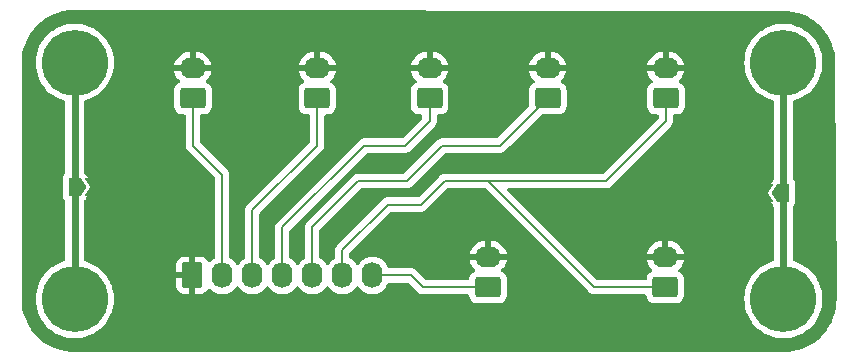
<source format=gbr>
%TF.GenerationSoftware,KiCad,Pcbnew,8.0.7*%
%TF.CreationDate,2025-01-27T22:31:33-06:00*%
%TF.ProjectId,teensy-acc-pcb,7465656e-7379-42d6-9163-632d7063622e,rev?*%
%TF.SameCoordinates,Original*%
%TF.FileFunction,Copper,L1,Top*%
%TF.FilePolarity,Positive*%
%FSLAX46Y46*%
G04 Gerber Fmt 4.6, Leading zero omitted, Abs format (unit mm)*
G04 Created by KiCad (PCBNEW 8.0.7) date 2025-01-27 22:31:33*
%MOMM*%
%LPD*%
G01*
G04 APERTURE LIST*
G04 Aperture macros list*
%AMRoundRect*
0 Rectangle with rounded corners*
0 $1 Rounding radius*
0 $2 $3 $4 $5 $6 $7 $8 $9 X,Y pos of 4 corners*
0 Add a 4 corners polygon primitive as box body*
4,1,4,$2,$3,$4,$5,$6,$7,$8,$9,$2,$3,0*
0 Add four circle primitives for the rounded corners*
1,1,$1+$1,$2,$3*
1,1,$1+$1,$4,$5*
1,1,$1+$1,$6,$7*
1,1,$1+$1,$8,$9*
0 Add four rect primitives between the rounded corners*
20,1,$1+$1,$2,$3,$4,$5,0*
20,1,$1+$1,$4,$5,$6,$7,0*
20,1,$1+$1,$6,$7,$8,$9,0*
20,1,$1+$1,$8,$9,$2,$3,0*%
%AMFreePoly0*
4,1,6,1.000000,0.000000,0.500000,-0.750000,-0.500000,-0.750000,-0.500000,0.750000,0.500000,0.750000,1.000000,0.000000,1.000000,0.000000,$1*%
%AMFreePoly1*
4,1,6,0.500000,-0.750000,-0.650000,-0.750000,-0.150000,0.000000,-0.650000,0.750000,0.500000,0.750000,0.500000,-0.750000,0.500000,-0.750000,$1*%
G04 Aperture macros list end*
%TA.AperFunction,SMDPad,CuDef*%
%ADD10FreePoly0,0.000000*%
%TD*%
%TA.AperFunction,SMDPad,CuDef*%
%ADD11FreePoly1,0.000000*%
%TD*%
%TA.AperFunction,SMDPad,CuDef*%
%ADD12FreePoly0,180.000000*%
%TD*%
%TA.AperFunction,SMDPad,CuDef*%
%ADD13FreePoly1,180.000000*%
%TD*%
%TA.AperFunction,ComponentPad*%
%ADD14C,5.600000*%
%TD*%
%TA.AperFunction,ComponentPad*%
%ADD15O,2.190000X1.740000*%
%TD*%
%TA.AperFunction,ComponentPad*%
%ADD16RoundRect,0.250000X0.845000X-0.620000X0.845000X0.620000X-0.845000X0.620000X-0.845000X-0.620000X0*%
%TD*%
%TA.AperFunction,ComponentPad*%
%ADD17RoundRect,0.250000X-0.620000X-0.845000X0.620000X-0.845000X0.620000X0.845000X-0.620000X0.845000X0*%
%TD*%
%TA.AperFunction,ComponentPad*%
%ADD18O,1.740000X2.190000*%
%TD*%
%TA.AperFunction,Conductor*%
%ADD19C,0.200000*%
%TD*%
%TA.AperFunction,Conductor*%
%ADD20C,0.600000*%
%TD*%
G04 APERTURE END LIST*
D10*
%TO.P,JP2,1,A*%
%TO.N,/hole2*%
X90000000Y-95500000D03*
D11*
%TO.P,JP2,2,B*%
%TO.N,GND*%
X91450000Y-95500000D03*
%TD*%
D12*
%TO.P,JP1,1,A*%
%TO.N,/hole1*%
X150000000Y-96000000D03*
D13*
%TO.P,JP1,2,B*%
%TO.N,GND*%
X148550000Y-96000000D03*
%TD*%
D14*
%TO.P,H4,1,1*%
%TO.N,/hole2*%
X90000000Y-105000000D03*
%TD*%
%TO.P,H3,1,1*%
%TO.N,/hole2*%
X90000000Y-85000000D03*
%TD*%
%TO.P,H2,1,1*%
%TO.N,/hole1*%
X150000000Y-105000000D03*
%TD*%
%TO.P,H1,1,1*%
%TO.N,/hole1*%
X150000000Y-85000000D03*
%TD*%
D15*
%TO.P,J8,2,Pin_2*%
%TO.N,GND*%
X125000000Y-101460000D03*
D16*
%TO.P,J8,1,Pin_1*%
%TO.N,/TUNE-CW6*%
X125000000Y-104000000D03*
%TD*%
D15*
%TO.P,J7,2,Pin_2*%
%TO.N,GND*%
X140000000Y-101460000D03*
D16*
%TO.P,J7,1,Pin_1*%
%TO.N,/PTT-CW5*%
X140000000Y-104000000D03*
%TD*%
%TO.P,J6,1,Pin_1*%
%TO.N,/PTT-CW5*%
X140040000Y-88000000D03*
D15*
%TO.P,J6,2,Pin_2*%
%TO.N,GND*%
X140040000Y-85460000D03*
%TD*%
D16*
%TO.P,J5,1,Pin_1*%
%TO.N,/XIT_B1-CW4*%
X130040000Y-88000000D03*
D15*
%TO.P,J5,2,Pin_2*%
%TO.N,GND*%
X130040000Y-85460000D03*
%TD*%
D16*
%TO.P,J4,1,Pin_1*%
%TO.N,/RIT_B1-CW3*%
X120040000Y-88000000D03*
D15*
%TO.P,J4,2,Pin_2*%
%TO.N,GND*%
X120040000Y-85460000D03*
%TD*%
D16*
%TO.P,J3,1,Pin_1*%
%TO.N,/XIT_A1-CW2*%
X110540000Y-88000000D03*
D15*
%TO.P,J3,2,Pin_2*%
%TO.N,GND*%
X110540000Y-85460000D03*
%TD*%
D16*
%TO.P,J2,1,Pin_1*%
%TO.N,/RIT_A1-CW1*%
X100000000Y-88000000D03*
D15*
%TO.P,J2,2,Pin_2*%
%TO.N,GND*%
X100000000Y-85460000D03*
%TD*%
D17*
%TO.P,J1,1,Pin_1*%
%TO.N,GND*%
X99960000Y-103000000D03*
D18*
%TO.P,J1,2,Pin_2*%
%TO.N,/RIT_A1-CW1*%
X102500000Y-103000000D03*
%TO.P,J1,3,Pin_3*%
%TO.N,/XIT_A1-CW2*%
X105040000Y-103000000D03*
%TO.P,J1,4,Pin_4*%
%TO.N,/RIT_B1-CW3*%
X107580000Y-103000000D03*
%TO.P,J1,5,Pin_5*%
%TO.N,/XIT_B1-CW4*%
X110120000Y-103000000D03*
%TO.P,J1,6,Pin_6*%
%TO.N,/PTT-CW5*%
X112660000Y-103000000D03*
%TO.P,J1,7,Pin_7*%
%TO.N,/TUNE-CW6*%
X115200000Y-103000000D03*
%TD*%
D19*
%TO.N,/PTT-CW5*%
X121320370Y-95000000D02*
X125000000Y-95000000D01*
X119320370Y-97000000D02*
X121320370Y-95000000D01*
X116500000Y-97000000D02*
X119320370Y-97000000D01*
X112660000Y-100840000D02*
X116500000Y-97000000D01*
X112660000Y-103000000D02*
X112660000Y-100840000D01*
%TO.N,/XIT_B1-CW4*%
X126500000Y-91500000D02*
X126540000Y-91500000D01*
X126540000Y-91500000D02*
X130040000Y-88000000D01*
X126000000Y-92000000D02*
X126500000Y-91500000D01*
X118120000Y-95000000D02*
X121120000Y-92000000D01*
X110120000Y-98880000D02*
X114000000Y-95000000D01*
X114000000Y-95000000D02*
X118120000Y-95000000D01*
X121120000Y-92000000D02*
X126000000Y-92000000D01*
X110120000Y-103000000D02*
X110120000Y-98880000D01*
%TO.N,/PTT-CW5*%
X134000000Y-104000000D02*
X125000000Y-95000000D01*
X140000000Y-104000000D02*
X134000000Y-104000000D01*
X125000000Y-95000000D02*
X135000000Y-95000000D01*
X135000000Y-95000000D02*
X140040000Y-89960000D01*
X140040000Y-89960000D02*
X140040000Y-88000000D01*
X112660000Y-103000000D02*
X113320370Y-103000000D01*
D20*
%TO.N,/hole2*%
X90000000Y-105000000D02*
X90000000Y-95500000D01*
X90000000Y-85000000D02*
X90000000Y-95500000D01*
%TO.N,/hole1*%
X150000000Y-105000000D02*
X150000000Y-96000000D01*
X150000000Y-85000000D02*
X150000000Y-96000000D01*
D19*
%TO.N,/TUNE-CW6*%
X119500000Y-104000000D02*
X125040000Y-104000000D01*
X118500000Y-103000000D02*
X119500000Y-104000000D01*
X115200000Y-103000000D02*
X118500000Y-103000000D01*
%TO.N,/RIT_B1-CW3*%
X120040000Y-89960000D02*
X120040000Y-88000000D01*
X118000000Y-92000000D02*
X120040000Y-89960000D01*
X114500000Y-92000000D02*
X118000000Y-92000000D01*
X107580000Y-98920000D02*
X114500000Y-92000000D01*
X107580000Y-103000000D02*
X107580000Y-98920000D01*
%TO.N,/XIT_A1-CW2*%
X110540000Y-91460000D02*
X110540000Y-88000000D01*
X110500000Y-91500000D02*
X110540000Y-91460000D01*
X105040000Y-97460000D02*
X110500000Y-92000000D01*
X105040000Y-103000000D02*
X105040000Y-97460000D01*
X110500000Y-92000000D02*
X110500000Y-91500000D01*
%TO.N,/RIT_A1-CW1*%
X100000000Y-92000000D02*
X100000000Y-88000000D01*
X102500000Y-94500000D02*
X100000000Y-92000000D01*
X102500000Y-103000000D02*
X102500000Y-94500000D01*
%TD*%
%TA.AperFunction,Conductor*%
%TO.N,GND*%
G36*
X149925245Y-80597474D02*
G01*
X149927057Y-80597595D01*
X149934108Y-80597595D01*
X149997143Y-80597595D01*
X150002869Y-80597726D01*
X150400486Y-80616110D01*
X150411876Y-80617166D01*
X150803272Y-80671763D01*
X150814516Y-80673865D01*
X151199204Y-80764343D01*
X151210194Y-80767470D01*
X151584914Y-80893064D01*
X151595568Y-80897192D01*
X151957086Y-81056817D01*
X151967313Y-81061909D01*
X152235621Y-81211356D01*
X152312555Y-81254208D01*
X152322293Y-81260237D01*
X152648317Y-81483568D01*
X152657457Y-81490471D01*
X152961470Y-81742920D01*
X152969934Y-81750636D01*
X153249363Y-82030065D01*
X153257079Y-82038529D01*
X153509528Y-82342542D01*
X153516431Y-82351682D01*
X153739762Y-82677706D01*
X153745791Y-82687444D01*
X153875437Y-82920202D01*
X153919711Y-82999690D01*
X153938083Y-83032673D01*
X153943188Y-83042926D01*
X154102802Y-83404418D01*
X154106940Y-83415098D01*
X154232525Y-83789792D01*
X154235659Y-83800808D01*
X154326132Y-84185475D01*
X154328237Y-84196734D01*
X154382832Y-84588116D01*
X154383889Y-84599520D01*
X154402271Y-84997104D01*
X154402403Y-85002831D01*
X154402403Y-85070822D01*
X154402766Y-85076172D01*
X154499479Y-104997119D01*
X154499362Y-105003129D01*
X154482614Y-105386750D01*
X154481671Y-105397527D01*
X154431849Y-105775957D01*
X154429971Y-105786610D01*
X154347354Y-106159272D01*
X154344554Y-106169721D01*
X154229775Y-106533755D01*
X154226075Y-106543921D01*
X154080002Y-106896572D01*
X154075430Y-106906376D01*
X153899183Y-107244942D01*
X153893775Y-107254310D01*
X153688681Y-107576244D01*
X153682476Y-107585105D01*
X153450110Y-107887930D01*
X153443156Y-107896217D01*
X153185284Y-108177635D01*
X153177635Y-108185284D01*
X152896217Y-108443156D01*
X152887930Y-108450110D01*
X152585105Y-108682476D01*
X152576244Y-108688681D01*
X152254310Y-108893775D01*
X152244942Y-108899183D01*
X151906376Y-109075430D01*
X151896572Y-109080002D01*
X151543921Y-109226075D01*
X151533755Y-109229775D01*
X151169721Y-109344554D01*
X151159272Y-109347354D01*
X150786610Y-109429971D01*
X150775957Y-109431849D01*
X150397526Y-109481671D01*
X150386750Y-109482614D01*
X150002703Y-109499382D01*
X149997294Y-109499500D01*
X90002706Y-109499500D01*
X89997297Y-109499382D01*
X89613249Y-109482614D01*
X89602473Y-109481671D01*
X89224042Y-109431849D01*
X89213389Y-109429971D01*
X88840727Y-109347354D01*
X88830278Y-109344554D01*
X88466244Y-109229775D01*
X88456078Y-109226075D01*
X88103427Y-109080002D01*
X88093623Y-109075430D01*
X87755057Y-108899183D01*
X87745689Y-108893775D01*
X87423755Y-108688681D01*
X87414894Y-108682476D01*
X87112069Y-108450110D01*
X87103782Y-108443156D01*
X86822364Y-108185284D01*
X86814715Y-108177635D01*
X86556843Y-107896217D01*
X86549889Y-107887930D01*
X86317523Y-107585105D01*
X86311318Y-107576244D01*
X86106224Y-107254310D01*
X86100816Y-107244942D01*
X85924569Y-106906376D01*
X85919997Y-106896572D01*
X85840267Y-106704086D01*
X85773920Y-106543911D01*
X85770224Y-106533755D01*
X85724227Y-106387870D01*
X85655442Y-106169710D01*
X85652648Y-106159284D01*
X85570025Y-105786597D01*
X85568152Y-105775971D01*
X85518326Y-105397506D01*
X85517386Y-105386771D01*
X85500618Y-105002702D01*
X85500500Y-104997293D01*
X85500500Y-85002706D01*
X85500559Y-84999997D01*
X86694652Y-84999997D01*
X86694652Y-85000002D01*
X86714028Y-85357368D01*
X86714029Y-85357385D01*
X86771926Y-85710539D01*
X86771932Y-85710565D01*
X86867672Y-86055392D01*
X86867674Y-86055399D01*
X87000142Y-86387870D01*
X87000151Y-86387888D01*
X87167784Y-86704077D01*
X87167790Y-86704086D01*
X87368634Y-87000309D01*
X87368641Y-87000319D01*
X87600331Y-87273085D01*
X87600332Y-87273086D01*
X87860163Y-87519211D01*
X88145081Y-87735800D01*
X88451747Y-87920315D01*
X88451749Y-87920316D01*
X88451751Y-87920317D01*
X88451755Y-87920319D01*
X88776552Y-88070585D01*
X88776565Y-88070591D01*
X89115094Y-88184655D01*
X89172338Y-88224715D01*
X89198838Y-88289365D01*
X89199500Y-88302164D01*
X89199500Y-94286483D01*
X89179815Y-94353522D01*
X89169213Y-94367686D01*
X89074747Y-94476704D01*
X89074744Y-94476709D01*
X89014976Y-94607580D01*
X89014975Y-94607585D01*
X88994500Y-94749999D01*
X88994500Y-96250002D01*
X88999644Y-96321940D01*
X89040182Y-96459994D01*
X89117967Y-96581030D01*
X89117970Y-96581033D01*
X89156702Y-96614594D01*
X89194477Y-96673371D01*
X89199500Y-96708307D01*
X89199500Y-101697836D01*
X89179815Y-101764875D01*
X89127011Y-101810630D01*
X89115094Y-101815344D01*
X88776565Y-101929409D01*
X88776563Y-101929410D01*
X88776552Y-101929414D01*
X88451755Y-102079680D01*
X88451751Y-102079682D01*
X88223367Y-102217096D01*
X88145081Y-102264200D01*
X88079808Y-102313819D01*
X87860172Y-102480781D01*
X87860163Y-102480789D01*
X87600331Y-102726914D01*
X87368641Y-102999680D01*
X87368634Y-102999690D01*
X87167790Y-103295913D01*
X87167784Y-103295922D01*
X87000151Y-103612111D01*
X87000142Y-103612129D01*
X86867674Y-103944600D01*
X86867672Y-103944607D01*
X86771932Y-104289434D01*
X86771926Y-104289460D01*
X86714029Y-104642614D01*
X86714028Y-104642631D01*
X86698225Y-104934108D01*
X86694652Y-105000000D01*
X86711178Y-105304814D01*
X86714028Y-105357368D01*
X86714029Y-105357385D01*
X86771926Y-105710539D01*
X86771932Y-105710565D01*
X86867672Y-106055392D01*
X86867674Y-106055399D01*
X87000142Y-106387870D01*
X87000151Y-106387888D01*
X87167784Y-106704077D01*
X87167787Y-106704082D01*
X87167789Y-106704085D01*
X87298298Y-106896572D01*
X87368634Y-107000309D01*
X87368641Y-107000319D01*
X87600331Y-107273085D01*
X87600332Y-107273086D01*
X87860163Y-107519211D01*
X88145081Y-107735800D01*
X88451747Y-107920315D01*
X88451749Y-107920316D01*
X88451751Y-107920317D01*
X88451755Y-107920319D01*
X88776552Y-108070585D01*
X88776565Y-108070591D01*
X89115726Y-108184868D01*
X89465254Y-108261805D01*
X89821052Y-108300500D01*
X89821058Y-108300500D01*
X90178942Y-108300500D01*
X90178948Y-108300500D01*
X90534746Y-108261805D01*
X90884274Y-108184868D01*
X91223435Y-108070591D01*
X91548253Y-107920315D01*
X91854919Y-107735800D01*
X92139837Y-107519211D01*
X92399668Y-107273086D01*
X92631365Y-107000311D01*
X92832211Y-106704085D01*
X92999853Y-106387880D01*
X93132324Y-106055403D01*
X93228071Y-105710552D01*
X93285541Y-105359999D01*
X93285970Y-105357385D01*
X93285970Y-105357382D01*
X93285972Y-105357371D01*
X93305348Y-105000000D01*
X93285972Y-104642629D01*
X93282292Y-104620185D01*
X93228073Y-104289460D01*
X93228072Y-104289459D01*
X93228071Y-104289448D01*
X93180420Y-104117823D01*
X93132327Y-103944607D01*
X93132325Y-103944600D01*
X93116164Y-103904040D01*
X93006382Y-103628506D01*
X92999857Y-103612129D01*
X92999848Y-103612111D01*
X92990776Y-103595000D01*
X92869017Y-103365338D01*
X92832215Y-103295922D01*
X92832213Y-103295919D01*
X92832211Y-103295915D01*
X92631365Y-102999689D01*
X92631361Y-102999684D01*
X92631358Y-102999680D01*
X92399668Y-102726914D01*
X92361392Y-102690657D01*
X92139837Y-102480789D01*
X92139830Y-102480783D01*
X92139827Y-102480781D01*
X92032902Y-102399499D01*
X91854919Y-102264200D01*
X91548253Y-102079685D01*
X91548252Y-102079684D01*
X91548248Y-102079682D01*
X91548244Y-102079680D01*
X91223447Y-101929414D01*
X91223441Y-101929411D01*
X91223435Y-101929409D01*
X90884905Y-101815344D01*
X90827662Y-101775285D01*
X90801162Y-101710635D01*
X90800500Y-101697836D01*
X90800500Y-96711827D01*
X90820185Y-96644788D01*
X90832158Y-96629070D01*
X90920601Y-96530401D01*
X90967541Y-96459992D01*
X91420592Y-95780414D01*
X91420601Y-95780401D01*
X91429786Y-95766110D01*
X91487348Y-95634246D01*
X91505429Y-95491506D01*
X91482562Y-95349454D01*
X91420601Y-95219599D01*
X91082479Y-94712416D01*
X90920602Y-94469600D01*
X90882031Y-94418968D01*
X90843296Y-94385403D01*
X90805522Y-94326624D01*
X90800500Y-94291691D01*
X90800500Y-88302164D01*
X90820185Y-88235125D01*
X90872989Y-88189370D01*
X90884906Y-88184655D01*
X91223435Y-88070591D01*
X91548253Y-87920315D01*
X91854919Y-87735800D01*
X92139837Y-87519211D01*
X92339603Y-87329983D01*
X98404500Y-87329983D01*
X98404500Y-88670001D01*
X98404501Y-88670018D01*
X98415000Y-88772796D01*
X98415001Y-88772799D01*
X98470185Y-88939331D01*
X98470186Y-88939334D01*
X98562288Y-89088656D01*
X98686344Y-89212712D01*
X98835666Y-89304814D01*
X99002203Y-89359999D01*
X99104991Y-89370500D01*
X99275500Y-89370499D01*
X99342539Y-89390183D01*
X99388294Y-89442987D01*
X99399500Y-89494499D01*
X99399500Y-91913330D01*
X99399499Y-91913348D01*
X99399499Y-92079054D01*
X99399498Y-92079054D01*
X99440423Y-92231785D01*
X99469358Y-92281900D01*
X99469359Y-92281904D01*
X99469360Y-92281904D01*
X99515399Y-92361648D01*
X99519479Y-92368714D01*
X99519481Y-92368717D01*
X99638349Y-92487585D01*
X99638355Y-92487590D01*
X101863181Y-94712416D01*
X101896666Y-94773739D01*
X101899500Y-94800097D01*
X101899500Y-101466833D01*
X101879815Y-101533872D01*
X101831796Y-101577317D01*
X101781703Y-101602841D01*
X101607180Y-101729640D01*
X101464816Y-101872004D01*
X101403493Y-101905488D01*
X101333801Y-101900504D01*
X101277868Y-101858632D01*
X101264748Y-101836716D01*
X101264356Y-101835876D01*
X101172315Y-101686654D01*
X101048345Y-101562684D01*
X100899124Y-101470643D01*
X100899119Y-101470641D01*
X100732697Y-101415494D01*
X100732690Y-101415493D01*
X100629986Y-101405000D01*
X100210000Y-101405000D01*
X100210000Y-102457290D01*
X100189661Y-102445548D01*
X100038333Y-102405000D01*
X99881667Y-102405000D01*
X99730339Y-102445548D01*
X99710000Y-102457290D01*
X99710000Y-101405000D01*
X99290028Y-101405000D01*
X99290012Y-101405001D01*
X99187302Y-101415494D01*
X99020880Y-101470641D01*
X99020875Y-101470643D01*
X98871654Y-101562684D01*
X98747684Y-101686654D01*
X98655643Y-101835875D01*
X98655641Y-101835880D01*
X98600494Y-102002302D01*
X98600493Y-102002309D01*
X98590000Y-102105013D01*
X98590000Y-102750000D01*
X99417291Y-102750000D01*
X99405548Y-102770339D01*
X99365000Y-102921667D01*
X99365000Y-103078333D01*
X99405548Y-103229661D01*
X99417291Y-103250000D01*
X98590001Y-103250000D01*
X98590001Y-103894986D01*
X98600494Y-103997697D01*
X98655641Y-104164119D01*
X98655643Y-104164124D01*
X98747684Y-104313345D01*
X98871654Y-104437315D01*
X99020875Y-104529356D01*
X99020880Y-104529358D01*
X99187302Y-104584505D01*
X99187309Y-104584506D01*
X99290019Y-104594999D01*
X99709999Y-104594999D01*
X99710000Y-104594998D01*
X99710000Y-103542709D01*
X99730339Y-103554452D01*
X99881667Y-103595000D01*
X100038333Y-103595000D01*
X100189661Y-103554452D01*
X100210000Y-103542709D01*
X100210000Y-104594999D01*
X100629972Y-104594999D01*
X100629986Y-104594998D01*
X100732697Y-104584505D01*
X100899119Y-104529358D01*
X100899124Y-104529356D01*
X101048345Y-104437315D01*
X101172315Y-104313345D01*
X101264354Y-104164127D01*
X101264745Y-104163289D01*
X101265167Y-104162809D01*
X101268149Y-104157975D01*
X101268974Y-104158484D01*
X101310910Y-104110843D01*
X101378100Y-104091681D01*
X101444984Y-104111887D01*
X101464816Y-104127996D01*
X101607179Y-104270359D01*
X101781701Y-104397157D01*
X101973911Y-104495092D01*
X102179074Y-104561754D01*
X102258973Y-104574408D01*
X102392134Y-104595500D01*
X102392139Y-104595500D01*
X102607866Y-104595500D01*
X102726230Y-104576752D01*
X102820926Y-104561754D01*
X103026089Y-104495092D01*
X103218299Y-104397157D01*
X103392821Y-104270359D01*
X103545359Y-104117821D01*
X103669682Y-103946704D01*
X103725012Y-103904040D01*
X103794626Y-103898061D01*
X103856420Y-103930667D01*
X103870315Y-103946702D01*
X103994641Y-104117821D01*
X104147179Y-104270359D01*
X104321701Y-104397157D01*
X104513911Y-104495092D01*
X104719074Y-104561754D01*
X104798973Y-104574408D01*
X104932134Y-104595500D01*
X104932139Y-104595500D01*
X105147866Y-104595500D01*
X105266230Y-104576752D01*
X105360926Y-104561754D01*
X105566089Y-104495092D01*
X105758299Y-104397157D01*
X105932821Y-104270359D01*
X106085359Y-104117821D01*
X106209682Y-103946704D01*
X106265012Y-103904040D01*
X106334626Y-103898061D01*
X106396420Y-103930667D01*
X106410315Y-103946702D01*
X106534641Y-104117821D01*
X106687179Y-104270359D01*
X106861701Y-104397157D01*
X107053911Y-104495092D01*
X107259074Y-104561754D01*
X107338973Y-104574408D01*
X107472134Y-104595500D01*
X107472139Y-104595500D01*
X107687866Y-104595500D01*
X107806230Y-104576752D01*
X107900926Y-104561754D01*
X108106089Y-104495092D01*
X108298299Y-104397157D01*
X108472821Y-104270359D01*
X108625359Y-104117821D01*
X108749682Y-103946704D01*
X108805012Y-103904040D01*
X108874626Y-103898061D01*
X108936420Y-103930667D01*
X108950315Y-103946702D01*
X109074641Y-104117821D01*
X109227179Y-104270359D01*
X109401701Y-104397157D01*
X109593911Y-104495092D01*
X109799074Y-104561754D01*
X109878973Y-104574408D01*
X110012134Y-104595500D01*
X110012139Y-104595500D01*
X110227866Y-104595500D01*
X110346230Y-104576752D01*
X110440926Y-104561754D01*
X110646089Y-104495092D01*
X110838299Y-104397157D01*
X111012821Y-104270359D01*
X111165359Y-104117821D01*
X111289682Y-103946704D01*
X111345012Y-103904040D01*
X111414626Y-103898061D01*
X111476420Y-103930667D01*
X111490315Y-103946702D01*
X111614641Y-104117821D01*
X111767179Y-104270359D01*
X111941701Y-104397157D01*
X112133911Y-104495092D01*
X112339074Y-104561754D01*
X112418973Y-104574408D01*
X112552134Y-104595500D01*
X112552139Y-104595500D01*
X112767866Y-104595500D01*
X112886230Y-104576752D01*
X112980926Y-104561754D01*
X113186089Y-104495092D01*
X113378299Y-104397157D01*
X113552821Y-104270359D01*
X113705359Y-104117821D01*
X113829682Y-103946704D01*
X113885012Y-103904040D01*
X113954626Y-103898061D01*
X114016420Y-103930667D01*
X114030315Y-103946702D01*
X114154641Y-104117821D01*
X114307179Y-104270359D01*
X114481701Y-104397157D01*
X114673911Y-104495092D01*
X114879074Y-104561754D01*
X114958973Y-104574408D01*
X115092134Y-104595500D01*
X115092139Y-104595500D01*
X115307866Y-104595500D01*
X115426230Y-104576752D01*
X115520926Y-104561754D01*
X115726089Y-104495092D01*
X115918299Y-104397157D01*
X116092821Y-104270359D01*
X116245359Y-104117821D01*
X116372157Y-103943299D01*
X116470092Y-103751089D01*
X116491182Y-103686180D01*
X116530620Y-103628506D01*
X116594979Y-103601308D01*
X116609113Y-103600500D01*
X118199903Y-103600500D01*
X118266942Y-103620185D01*
X118287583Y-103636818D01*
X119131284Y-104480520D01*
X119131286Y-104480521D01*
X119131290Y-104480524D01*
X119268209Y-104559573D01*
X119268212Y-104559575D01*
X119268216Y-104559577D01*
X119420943Y-104600501D01*
X119420945Y-104600501D01*
X119586654Y-104600501D01*
X119586670Y-104600500D01*
X123285422Y-104600500D01*
X123352461Y-104620185D01*
X123398216Y-104672989D01*
X123408780Y-104711898D01*
X123415001Y-104772797D01*
X123415001Y-104772799D01*
X123468059Y-104932914D01*
X123470186Y-104939334D01*
X123562288Y-105088656D01*
X123686344Y-105212712D01*
X123835666Y-105304814D01*
X124002203Y-105359999D01*
X124104991Y-105370500D01*
X125895008Y-105370499D01*
X125997797Y-105359999D01*
X126164334Y-105304814D01*
X126313656Y-105212712D01*
X126437712Y-105088656D01*
X126529814Y-104939334D01*
X126584999Y-104772797D01*
X126595500Y-104670009D01*
X126595499Y-103329992D01*
X126584999Y-103227203D01*
X126529814Y-103060666D01*
X126437712Y-102911344D01*
X126313656Y-102787288D01*
X126164334Y-102695186D01*
X126164332Y-102695185D01*
X126164325Y-102695181D01*
X126163165Y-102694640D01*
X126162503Y-102694057D01*
X126158187Y-102691395D01*
X126158642Y-102690657D01*
X126110727Y-102648466D01*
X126091577Y-102581272D01*
X126111795Y-102514392D01*
X126127892Y-102494578D01*
X126269977Y-102352493D01*
X126396728Y-102178036D01*
X126494627Y-101985901D01*
X126561266Y-101780809D01*
X126572481Y-101710000D01*
X125542709Y-101710000D01*
X125554452Y-101689661D01*
X125595000Y-101538333D01*
X125595000Y-101381667D01*
X125554452Y-101230339D01*
X125542709Y-101210000D01*
X126572481Y-101210000D01*
X126561266Y-101139190D01*
X126494627Y-100934098D01*
X126396728Y-100741963D01*
X126269974Y-100567503D01*
X126269974Y-100567502D01*
X126117497Y-100415025D01*
X125943036Y-100288271D01*
X125750901Y-100190372D01*
X125545809Y-100123734D01*
X125332820Y-100090000D01*
X125250000Y-100090000D01*
X125250000Y-100917290D01*
X125229661Y-100905548D01*
X125078333Y-100865000D01*
X124921667Y-100865000D01*
X124770339Y-100905548D01*
X124750000Y-100917290D01*
X124750000Y-100090000D01*
X124667180Y-100090000D01*
X124454190Y-100123734D01*
X124249098Y-100190372D01*
X124056963Y-100288271D01*
X123882503Y-100415025D01*
X123882502Y-100415025D01*
X123730025Y-100567502D01*
X123730025Y-100567503D01*
X123603271Y-100741963D01*
X123505372Y-100934098D01*
X123438733Y-101139190D01*
X123427519Y-101210000D01*
X124457291Y-101210000D01*
X124445548Y-101230339D01*
X124405000Y-101381667D01*
X124405000Y-101538333D01*
X124445548Y-101689661D01*
X124457291Y-101710000D01*
X123427519Y-101710000D01*
X123438733Y-101780809D01*
X123505372Y-101985901D01*
X123603271Y-102178036D01*
X123730025Y-102352496D01*
X123730025Y-102352497D01*
X123872107Y-102494579D01*
X123905592Y-102555902D01*
X123900608Y-102625594D01*
X123858736Y-102681527D01*
X123836840Y-102694638D01*
X123835672Y-102695182D01*
X123686342Y-102787289D01*
X123562289Y-102911342D01*
X123470187Y-103060663D01*
X123470185Y-103060668D01*
X123415001Y-103227204D01*
X123415000Y-103227205D01*
X123408779Y-103288103D01*
X123382382Y-103352795D01*
X123325201Y-103392946D01*
X123285421Y-103399500D01*
X119800098Y-103399500D01*
X119733059Y-103379815D01*
X119712417Y-103363181D01*
X118987590Y-102638355D01*
X118987588Y-102638352D01*
X118868717Y-102519481D01*
X118868716Y-102519480D01*
X118781904Y-102469360D01*
X118781904Y-102469359D01*
X118781900Y-102469358D01*
X118731785Y-102440423D01*
X118579057Y-102399499D01*
X118420943Y-102399499D01*
X118413347Y-102399499D01*
X118413331Y-102399500D01*
X116609113Y-102399500D01*
X116542074Y-102379815D01*
X116496319Y-102327011D01*
X116491182Y-102313819D01*
X116470092Y-102248911D01*
X116470090Y-102248908D01*
X116470090Y-102248906D01*
X116395206Y-102101938D01*
X116372157Y-102056701D01*
X116245359Y-101882179D01*
X116092821Y-101729641D01*
X115918299Y-101602843D01*
X115726089Y-101504908D01*
X115520926Y-101438246D01*
X115520924Y-101438245D01*
X115520922Y-101438245D01*
X115307866Y-101404500D01*
X115307861Y-101404500D01*
X115092139Y-101404500D01*
X115092134Y-101404500D01*
X114879077Y-101438245D01*
X114673908Y-101504909D01*
X114481700Y-101602843D01*
X114382129Y-101675186D01*
X114307179Y-101729641D01*
X114307177Y-101729643D01*
X114307176Y-101729643D01*
X114154643Y-101882176D01*
X114154643Y-101882177D01*
X114154641Y-101882179D01*
X114120326Y-101929410D01*
X114030318Y-102053294D01*
X113974988Y-102095959D01*
X113905374Y-102101938D01*
X113843579Y-102069332D01*
X113829682Y-102053294D01*
X113792639Y-102002309D01*
X113705359Y-101882179D01*
X113552821Y-101729641D01*
X113378299Y-101602843D01*
X113378298Y-101602842D01*
X113378296Y-101602841D01*
X113328204Y-101577317D01*
X113277408Y-101529342D01*
X113260500Y-101466833D01*
X113260500Y-101140097D01*
X113280185Y-101073058D01*
X113296819Y-101052416D01*
X116712416Y-97636819D01*
X116773739Y-97603334D01*
X116800097Y-97600500D01*
X119233701Y-97600500D01*
X119233717Y-97600501D01*
X119241313Y-97600501D01*
X119399424Y-97600501D01*
X119399427Y-97600501D01*
X119552155Y-97559577D01*
X119602274Y-97530639D01*
X119689086Y-97480520D01*
X119800890Y-97368716D01*
X119800890Y-97368714D01*
X119811098Y-97358507D01*
X119811099Y-97358504D01*
X121532786Y-95636819D01*
X121594109Y-95603334D01*
X121620467Y-95600500D01*
X124699903Y-95600500D01*
X124766942Y-95620185D01*
X124787584Y-95636819D01*
X133515139Y-104364374D01*
X133515149Y-104364385D01*
X133519479Y-104368715D01*
X133519480Y-104368716D01*
X133631284Y-104480520D01*
X133715873Y-104529356D01*
X133718095Y-104530639D01*
X133718097Y-104530641D01*
X133756151Y-104552611D01*
X133768215Y-104559577D01*
X133920943Y-104600500D01*
X138285422Y-104600500D01*
X138352461Y-104620185D01*
X138398216Y-104672989D01*
X138408780Y-104711898D01*
X138415001Y-104772797D01*
X138415001Y-104772799D01*
X138468059Y-104932914D01*
X138470186Y-104939334D01*
X138562288Y-105088656D01*
X138686344Y-105212712D01*
X138835666Y-105304814D01*
X139002203Y-105359999D01*
X139104991Y-105370500D01*
X140895008Y-105370499D01*
X140997797Y-105359999D01*
X141164334Y-105304814D01*
X141313656Y-105212712D01*
X141437712Y-105088656D01*
X141529814Y-104939334D01*
X141584999Y-104772797D01*
X141595500Y-104670009D01*
X141595499Y-103329992D01*
X141584999Y-103227203D01*
X141529814Y-103060666D01*
X141437712Y-102911344D01*
X141313656Y-102787288D01*
X141164334Y-102695186D01*
X141164332Y-102695185D01*
X141164325Y-102695181D01*
X141163165Y-102694640D01*
X141162503Y-102694057D01*
X141158187Y-102691395D01*
X141158642Y-102690657D01*
X141110727Y-102648466D01*
X141091577Y-102581272D01*
X141111795Y-102514392D01*
X141127892Y-102494578D01*
X141269977Y-102352493D01*
X141396728Y-102178036D01*
X141494627Y-101985901D01*
X141561266Y-101780809D01*
X141572481Y-101710000D01*
X140542709Y-101710000D01*
X140554452Y-101689661D01*
X140595000Y-101538333D01*
X140595000Y-101381667D01*
X140554452Y-101230339D01*
X140542709Y-101210000D01*
X141572481Y-101210000D01*
X141561266Y-101139190D01*
X141494627Y-100934098D01*
X141396728Y-100741963D01*
X141269974Y-100567503D01*
X141269974Y-100567502D01*
X141117497Y-100415025D01*
X140943036Y-100288271D01*
X140750901Y-100190372D01*
X140545809Y-100123734D01*
X140332820Y-100090000D01*
X140250000Y-100090000D01*
X140250000Y-100917290D01*
X140229661Y-100905548D01*
X140078333Y-100865000D01*
X139921667Y-100865000D01*
X139770339Y-100905548D01*
X139750000Y-100917290D01*
X139750000Y-100090000D01*
X139667180Y-100090000D01*
X139454190Y-100123734D01*
X139249098Y-100190372D01*
X139056963Y-100288271D01*
X138882503Y-100415025D01*
X138882502Y-100415025D01*
X138730025Y-100567502D01*
X138730025Y-100567503D01*
X138603271Y-100741963D01*
X138505372Y-100934098D01*
X138438733Y-101139190D01*
X138427519Y-101210000D01*
X139457291Y-101210000D01*
X139445548Y-101230339D01*
X139405000Y-101381667D01*
X139405000Y-101538333D01*
X139445548Y-101689661D01*
X139457291Y-101710000D01*
X138427519Y-101710000D01*
X138438733Y-101780809D01*
X138505372Y-101985901D01*
X138603271Y-102178036D01*
X138730025Y-102352496D01*
X138730025Y-102352497D01*
X138872107Y-102494579D01*
X138905592Y-102555902D01*
X138900608Y-102625594D01*
X138858736Y-102681527D01*
X138836840Y-102694638D01*
X138835672Y-102695182D01*
X138686342Y-102787289D01*
X138562289Y-102911342D01*
X138470187Y-103060663D01*
X138470185Y-103060668D01*
X138415001Y-103227204D01*
X138415000Y-103227205D01*
X138408779Y-103288103D01*
X138382382Y-103352795D01*
X138325201Y-103392946D01*
X138285421Y-103399500D01*
X134300097Y-103399500D01*
X134233058Y-103379815D01*
X134212416Y-103363181D01*
X126661416Y-95812181D01*
X126627931Y-95750858D01*
X126632915Y-95681166D01*
X126674787Y-95625233D01*
X126740251Y-95600816D01*
X126749097Y-95600500D01*
X134913331Y-95600500D01*
X134913347Y-95600501D01*
X134920943Y-95600501D01*
X135079054Y-95600501D01*
X135079057Y-95600501D01*
X135231785Y-95559577D01*
X135281904Y-95530639D01*
X135368716Y-95480520D01*
X135480520Y-95368716D01*
X135480520Y-95368714D01*
X135490728Y-95358507D01*
X135490730Y-95358504D01*
X140398506Y-90450728D01*
X140398511Y-90450724D01*
X140408714Y-90440520D01*
X140408716Y-90440520D01*
X140520520Y-90328716D01*
X140599577Y-90191784D01*
X140640500Y-90039057D01*
X140640500Y-89494499D01*
X140660185Y-89427460D01*
X140712989Y-89381705D01*
X140764500Y-89370499D01*
X140935002Y-89370499D01*
X140935008Y-89370499D01*
X141037797Y-89359999D01*
X141204334Y-89304814D01*
X141353656Y-89212712D01*
X141477712Y-89088656D01*
X141569814Y-88939334D01*
X141624999Y-88772797D01*
X141635500Y-88670009D01*
X141635499Y-87329992D01*
X141624999Y-87227203D01*
X141569814Y-87060666D01*
X141477712Y-86911344D01*
X141353656Y-86787288D01*
X141204334Y-86695186D01*
X141204332Y-86695185D01*
X141204325Y-86695181D01*
X141203165Y-86694640D01*
X141202503Y-86694057D01*
X141198187Y-86691395D01*
X141198642Y-86690657D01*
X141150727Y-86648466D01*
X141131577Y-86581272D01*
X141151795Y-86514392D01*
X141167892Y-86494578D01*
X141309977Y-86352493D01*
X141436728Y-86178036D01*
X141534627Y-85985901D01*
X141601266Y-85780809D01*
X141612481Y-85710000D01*
X140582709Y-85710000D01*
X140594452Y-85689661D01*
X140635000Y-85538333D01*
X140635000Y-85381667D01*
X140594452Y-85230339D01*
X140582709Y-85210000D01*
X141612481Y-85210000D01*
X141601266Y-85139190D01*
X141556039Y-84999997D01*
X146694652Y-84999997D01*
X146694652Y-85000002D01*
X146714028Y-85357368D01*
X146714029Y-85357385D01*
X146771926Y-85710539D01*
X146771932Y-85710565D01*
X146867672Y-86055392D01*
X146867674Y-86055399D01*
X147000142Y-86387870D01*
X147000151Y-86387888D01*
X147167784Y-86704077D01*
X147167790Y-86704086D01*
X147368634Y-87000309D01*
X147368641Y-87000319D01*
X147600331Y-87273085D01*
X147600332Y-87273086D01*
X147860163Y-87519211D01*
X148145081Y-87735800D01*
X148451747Y-87920315D01*
X148451749Y-87920316D01*
X148451751Y-87920317D01*
X148451755Y-87920319D01*
X148776552Y-88070585D01*
X148776565Y-88070591D01*
X149115094Y-88184655D01*
X149172338Y-88224715D01*
X149198838Y-88289365D01*
X149199500Y-88302164D01*
X149199500Y-94788171D01*
X149179815Y-94855210D01*
X149167836Y-94870936D01*
X149079395Y-94969603D01*
X148579407Y-95719585D01*
X148570213Y-95733890D01*
X148512651Y-95865755D01*
X148494570Y-96008490D01*
X148517438Y-96150545D01*
X148517439Y-96150548D01*
X148579399Y-96280401D01*
X149079397Y-97030399D01*
X149079399Y-97030401D01*
X149117969Y-97081032D01*
X149156704Y-97114596D01*
X149194477Y-97173372D01*
X149199500Y-97208307D01*
X149199500Y-101697836D01*
X149179815Y-101764875D01*
X149127011Y-101810630D01*
X149115094Y-101815344D01*
X148776565Y-101929409D01*
X148776563Y-101929410D01*
X148776552Y-101929414D01*
X148451755Y-102079680D01*
X148451751Y-102079682D01*
X148223367Y-102217096D01*
X148145081Y-102264200D01*
X148079808Y-102313819D01*
X147860172Y-102480781D01*
X147860163Y-102480789D01*
X147600331Y-102726914D01*
X147368641Y-102999680D01*
X147368634Y-102999690D01*
X147167790Y-103295913D01*
X147167784Y-103295922D01*
X147000151Y-103612111D01*
X147000142Y-103612129D01*
X146867674Y-103944600D01*
X146867672Y-103944607D01*
X146771932Y-104289434D01*
X146771926Y-104289460D01*
X146714029Y-104642614D01*
X146714028Y-104642631D01*
X146698225Y-104934108D01*
X146694652Y-105000000D01*
X146711178Y-105304814D01*
X146714028Y-105357368D01*
X146714029Y-105357385D01*
X146771926Y-105710539D01*
X146771932Y-105710565D01*
X146867672Y-106055392D01*
X146867674Y-106055399D01*
X147000142Y-106387870D01*
X147000151Y-106387888D01*
X147167784Y-106704077D01*
X147167787Y-106704082D01*
X147167789Y-106704085D01*
X147298298Y-106896572D01*
X147368634Y-107000309D01*
X147368641Y-107000319D01*
X147600331Y-107273085D01*
X147600332Y-107273086D01*
X147860163Y-107519211D01*
X148145081Y-107735800D01*
X148451747Y-107920315D01*
X148451749Y-107920316D01*
X148451751Y-107920317D01*
X148451755Y-107920319D01*
X148776552Y-108070585D01*
X148776565Y-108070591D01*
X149115726Y-108184868D01*
X149465254Y-108261805D01*
X149821052Y-108300500D01*
X149821058Y-108300500D01*
X150178942Y-108300500D01*
X150178948Y-108300500D01*
X150534746Y-108261805D01*
X150884274Y-108184868D01*
X151223435Y-108070591D01*
X151548253Y-107920315D01*
X151854919Y-107735800D01*
X152139837Y-107519211D01*
X152399668Y-107273086D01*
X152631365Y-107000311D01*
X152832211Y-106704085D01*
X152999853Y-106387880D01*
X153132324Y-106055403D01*
X153228071Y-105710552D01*
X153285541Y-105359999D01*
X153285970Y-105357385D01*
X153285970Y-105357382D01*
X153285972Y-105357371D01*
X153305348Y-105000000D01*
X153285972Y-104642629D01*
X153282292Y-104620185D01*
X153228073Y-104289460D01*
X153228072Y-104289459D01*
X153228071Y-104289448D01*
X153180420Y-104117823D01*
X153132327Y-103944607D01*
X153132325Y-103944600D01*
X153116164Y-103904040D01*
X153006382Y-103628506D01*
X152999857Y-103612129D01*
X152999848Y-103612111D01*
X152990776Y-103595000D01*
X152869017Y-103365338D01*
X152832215Y-103295922D01*
X152832213Y-103295919D01*
X152832211Y-103295915D01*
X152631365Y-102999689D01*
X152631361Y-102999684D01*
X152631358Y-102999680D01*
X152399668Y-102726914D01*
X152361392Y-102690657D01*
X152139837Y-102480789D01*
X152139830Y-102480783D01*
X152139827Y-102480781D01*
X152032902Y-102399499D01*
X151854919Y-102264200D01*
X151548253Y-102079685D01*
X151548252Y-102079684D01*
X151548248Y-102079682D01*
X151548244Y-102079680D01*
X151223447Y-101929414D01*
X151223441Y-101929411D01*
X151223435Y-101929409D01*
X150884905Y-101815344D01*
X150827662Y-101775285D01*
X150801162Y-101710635D01*
X150800500Y-101697836D01*
X150800500Y-97213516D01*
X150820185Y-97146477D01*
X150830788Y-97132313D01*
X150875227Y-97081028D01*
X150925254Y-97023294D01*
X150985024Y-96892416D01*
X151005500Y-96750000D01*
X151005500Y-95250000D01*
X151000355Y-95178060D01*
X150959819Y-95040008D01*
X150882031Y-94918968D01*
X150882027Y-94918965D01*
X150882025Y-94918962D01*
X150843297Y-94885403D01*
X150805523Y-94826625D01*
X150800500Y-94791691D01*
X150800500Y-88302164D01*
X150820185Y-88235125D01*
X150872989Y-88189370D01*
X150884906Y-88184655D01*
X151223435Y-88070591D01*
X151548253Y-87920315D01*
X151854919Y-87735800D01*
X152139837Y-87519211D01*
X152399668Y-87273086D01*
X152631365Y-87000311D01*
X152832211Y-86704085D01*
X152999853Y-86387880D01*
X153132324Y-86055403D01*
X153228071Y-85710552D01*
X153285972Y-85357371D01*
X153305348Y-85000000D01*
X153305201Y-84997297D01*
X153300227Y-84905548D01*
X153285972Y-84642629D01*
X153281155Y-84613249D01*
X153228073Y-84289460D01*
X153228072Y-84289459D01*
X153228071Y-84289448D01*
X153132324Y-83944597D01*
X152999853Y-83612120D01*
X152832211Y-83295915D01*
X152631365Y-82999689D01*
X152631361Y-82999684D01*
X152631358Y-82999680D01*
X152399668Y-82726914D01*
X152291882Y-82624814D01*
X152139837Y-82480789D01*
X152139830Y-82480783D01*
X152139827Y-82480781D01*
X152058809Y-82419193D01*
X151854919Y-82264200D01*
X151548253Y-82079685D01*
X151548252Y-82079684D01*
X151548248Y-82079682D01*
X151548244Y-82079680D01*
X151223447Y-81929414D01*
X151223441Y-81929411D01*
X151223435Y-81929409D01*
X151010083Y-81857522D01*
X150884273Y-81815131D01*
X150534744Y-81738194D01*
X150178949Y-81699500D01*
X150178948Y-81699500D01*
X149821052Y-81699500D01*
X149821050Y-81699500D01*
X149465255Y-81738194D01*
X149115726Y-81815131D01*
X148859970Y-81901306D01*
X148776565Y-81929409D01*
X148776563Y-81929410D01*
X148776552Y-81929414D01*
X148451755Y-82079680D01*
X148451751Y-82079682D01*
X148397924Y-82112069D01*
X148145081Y-82264200D01*
X148056768Y-82331333D01*
X147860172Y-82480781D01*
X147860163Y-82480789D01*
X147600331Y-82726914D01*
X147368641Y-82999680D01*
X147368634Y-82999690D01*
X147167790Y-83295913D01*
X147167784Y-83295922D01*
X147000151Y-83612111D01*
X147000142Y-83612129D01*
X146867674Y-83944600D01*
X146867672Y-83944607D01*
X146771932Y-84289434D01*
X146771926Y-84289460D01*
X146714029Y-84642614D01*
X146714028Y-84642631D01*
X146694652Y-84999997D01*
X141556039Y-84999997D01*
X141534627Y-84934098D01*
X141436728Y-84741963D01*
X141309974Y-84567503D01*
X141309974Y-84567502D01*
X141157497Y-84415025D01*
X140983036Y-84288271D01*
X140790901Y-84190372D01*
X140585809Y-84123734D01*
X140372820Y-84090000D01*
X140290000Y-84090000D01*
X140290000Y-84917290D01*
X140269661Y-84905548D01*
X140118333Y-84865000D01*
X139961667Y-84865000D01*
X139810339Y-84905548D01*
X139790000Y-84917290D01*
X139790000Y-84090000D01*
X139707180Y-84090000D01*
X139494190Y-84123734D01*
X139289098Y-84190372D01*
X139096963Y-84288271D01*
X138922503Y-84415025D01*
X138922502Y-84415025D01*
X138770025Y-84567502D01*
X138770025Y-84567503D01*
X138643271Y-84741963D01*
X138545372Y-84934098D01*
X138478733Y-85139190D01*
X138467519Y-85210000D01*
X139497291Y-85210000D01*
X139485548Y-85230339D01*
X139445000Y-85381667D01*
X139445000Y-85538333D01*
X139485548Y-85689661D01*
X139497291Y-85710000D01*
X138467519Y-85710000D01*
X138478733Y-85780809D01*
X138545372Y-85985901D01*
X138643271Y-86178036D01*
X138770025Y-86352496D01*
X138770025Y-86352497D01*
X138912107Y-86494579D01*
X138945592Y-86555902D01*
X138940608Y-86625594D01*
X138898736Y-86681527D01*
X138876840Y-86694638D01*
X138875672Y-86695182D01*
X138726342Y-86787289D01*
X138602289Y-86911342D01*
X138510187Y-87060663D01*
X138510186Y-87060666D01*
X138455001Y-87227203D01*
X138455001Y-87227204D01*
X138455000Y-87227204D01*
X138444500Y-87329983D01*
X138444500Y-88670001D01*
X138444501Y-88670018D01*
X138455000Y-88772796D01*
X138455001Y-88772799D01*
X138510185Y-88939331D01*
X138510186Y-88939334D01*
X138602288Y-89088656D01*
X138726344Y-89212712D01*
X138875666Y-89304814D01*
X139042203Y-89359999D01*
X139144991Y-89370500D01*
X139315500Y-89370499D01*
X139382539Y-89390183D01*
X139428294Y-89442987D01*
X139439500Y-89494499D01*
X139439500Y-89659903D01*
X139419815Y-89726942D01*
X139403181Y-89747584D01*
X134787584Y-94363181D01*
X134726261Y-94396666D01*
X134699903Y-94399500D01*
X125086669Y-94399500D01*
X125086653Y-94399499D01*
X125079057Y-94399499D01*
X124920943Y-94399499D01*
X124913347Y-94399499D01*
X124913331Y-94399500D01*
X121399427Y-94399500D01*
X121241313Y-94399500D01*
X121088585Y-94440423D01*
X121088584Y-94440423D01*
X121088582Y-94440424D01*
X121088579Y-94440425D01*
X121038466Y-94469359D01*
X121038465Y-94469360D01*
X120995059Y-94494420D01*
X120951655Y-94519479D01*
X120951652Y-94519481D01*
X120839848Y-94631286D01*
X119107954Y-96363181D01*
X119046631Y-96396666D01*
X119020273Y-96399500D01*
X116420943Y-96399500D01*
X116268213Y-96440423D01*
X116234321Y-96459992D01*
X116234320Y-96459992D01*
X116131287Y-96519477D01*
X116131282Y-96519481D01*
X112179481Y-100471282D01*
X112179479Y-100471285D01*
X112129361Y-100558094D01*
X112129359Y-100558096D01*
X112100425Y-100608209D01*
X112100424Y-100608210D01*
X112100423Y-100608215D01*
X112059499Y-100760943D01*
X112059499Y-100760945D01*
X112059499Y-100929046D01*
X112059500Y-100929059D01*
X112059500Y-101466833D01*
X112039815Y-101533872D01*
X111991796Y-101577317D01*
X111941703Y-101602841D01*
X111854440Y-101666242D01*
X111767179Y-101729641D01*
X111767177Y-101729643D01*
X111767176Y-101729643D01*
X111614643Y-101882176D01*
X111614643Y-101882177D01*
X111614641Y-101882179D01*
X111580326Y-101929410D01*
X111490318Y-102053294D01*
X111434988Y-102095959D01*
X111365374Y-102101938D01*
X111303579Y-102069332D01*
X111289682Y-102053294D01*
X111252639Y-102002309D01*
X111165359Y-101882179D01*
X111012821Y-101729641D01*
X110838299Y-101602843D01*
X110838298Y-101602842D01*
X110838296Y-101602841D01*
X110788204Y-101577317D01*
X110737408Y-101529342D01*
X110720500Y-101466833D01*
X110720500Y-99180097D01*
X110740185Y-99113058D01*
X110756819Y-99092416D01*
X114212417Y-95636819D01*
X114273740Y-95603334D01*
X114300098Y-95600500D01*
X118033331Y-95600500D01*
X118033347Y-95600501D01*
X118040943Y-95600501D01*
X118199054Y-95600501D01*
X118199057Y-95600501D01*
X118351785Y-95559577D01*
X118401904Y-95530639D01*
X118488716Y-95480520D01*
X118600520Y-95368716D01*
X118600520Y-95368714D01*
X118610728Y-95358507D01*
X118610729Y-95358504D01*
X121332417Y-92636819D01*
X121393740Y-92603334D01*
X121420098Y-92600500D01*
X125913331Y-92600500D01*
X125913347Y-92600501D01*
X125920943Y-92600501D01*
X126079054Y-92600501D01*
X126079057Y-92600501D01*
X126231785Y-92559577D01*
X126281904Y-92530639D01*
X126368716Y-92480520D01*
X126480520Y-92368716D01*
X126480521Y-92368714D01*
X126802537Y-92046697D01*
X126828205Y-92027000D01*
X126908716Y-91980520D01*
X127020520Y-91868716D01*
X127020520Y-91868714D01*
X127030728Y-91858507D01*
X127030730Y-91858504D01*
X129482416Y-89406818D01*
X129543739Y-89373333D01*
X129570097Y-89370499D01*
X130935002Y-89370499D01*
X130935008Y-89370499D01*
X131037797Y-89359999D01*
X131204334Y-89304814D01*
X131353656Y-89212712D01*
X131477712Y-89088656D01*
X131569814Y-88939334D01*
X131624999Y-88772797D01*
X131635500Y-88670009D01*
X131635499Y-87329992D01*
X131624999Y-87227203D01*
X131569814Y-87060666D01*
X131477712Y-86911344D01*
X131353656Y-86787288D01*
X131204334Y-86695186D01*
X131204332Y-86695185D01*
X131204325Y-86695181D01*
X131203165Y-86694640D01*
X131202503Y-86694057D01*
X131198187Y-86691395D01*
X131198642Y-86690657D01*
X131150727Y-86648466D01*
X131131577Y-86581272D01*
X131151795Y-86514392D01*
X131167892Y-86494578D01*
X131309977Y-86352493D01*
X131436728Y-86178036D01*
X131534627Y-85985901D01*
X131601266Y-85780809D01*
X131612481Y-85710000D01*
X130582709Y-85710000D01*
X130594452Y-85689661D01*
X130635000Y-85538333D01*
X130635000Y-85381667D01*
X130594452Y-85230339D01*
X130582709Y-85210000D01*
X131612481Y-85210000D01*
X131601266Y-85139190D01*
X131534627Y-84934098D01*
X131436728Y-84741963D01*
X131309974Y-84567503D01*
X131309974Y-84567502D01*
X131157497Y-84415025D01*
X130983036Y-84288271D01*
X130790901Y-84190372D01*
X130585809Y-84123734D01*
X130372820Y-84090000D01*
X130290000Y-84090000D01*
X130290000Y-84917290D01*
X130269661Y-84905548D01*
X130118333Y-84865000D01*
X129961667Y-84865000D01*
X129810339Y-84905548D01*
X129790000Y-84917290D01*
X129790000Y-84090000D01*
X129707180Y-84090000D01*
X129494190Y-84123734D01*
X129289098Y-84190372D01*
X129096963Y-84288271D01*
X128922503Y-84415025D01*
X128922502Y-84415025D01*
X128770025Y-84567502D01*
X128770025Y-84567503D01*
X128643271Y-84741963D01*
X128545372Y-84934098D01*
X128478733Y-85139190D01*
X128467519Y-85210000D01*
X129497291Y-85210000D01*
X129485548Y-85230339D01*
X129445000Y-85381667D01*
X129445000Y-85538333D01*
X129485548Y-85689661D01*
X129497291Y-85710000D01*
X128467519Y-85710000D01*
X128478733Y-85780809D01*
X128545372Y-85985901D01*
X128643271Y-86178036D01*
X128770025Y-86352496D01*
X128770025Y-86352497D01*
X128912107Y-86494579D01*
X128945592Y-86555902D01*
X128940608Y-86625594D01*
X128898736Y-86681527D01*
X128876840Y-86694638D01*
X128875672Y-86695182D01*
X128726342Y-86787289D01*
X128602289Y-86911342D01*
X128510187Y-87060663D01*
X128510186Y-87060666D01*
X128455001Y-87227203D01*
X128455001Y-87227204D01*
X128455000Y-87227204D01*
X128444500Y-87329983D01*
X128444500Y-88670000D01*
X128444501Y-88670011D01*
X128445581Y-88680583D01*
X128432808Y-88749275D01*
X128409903Y-88780860D01*
X126237469Y-90953294D01*
X126211789Y-90973000D01*
X126131284Y-91019480D01*
X126131281Y-91019482D01*
X125787584Y-91363181D01*
X125726261Y-91396666D01*
X125699903Y-91399500D01*
X121206670Y-91399500D01*
X121206654Y-91399499D01*
X121199058Y-91399499D01*
X121040943Y-91399499D01*
X120964579Y-91419961D01*
X120888214Y-91440423D01*
X120888209Y-91440426D01*
X120751290Y-91519475D01*
X120751282Y-91519481D01*
X117907584Y-94363181D01*
X117846261Y-94396666D01*
X117819903Y-94399500D01*
X114086670Y-94399500D01*
X114086654Y-94399499D01*
X114079058Y-94399499D01*
X113920943Y-94399499D01*
X113848285Y-94418968D01*
X113768214Y-94440423D01*
X113768209Y-94440426D01*
X113631290Y-94519475D01*
X113631282Y-94519481D01*
X109639481Y-98511282D01*
X109639479Y-98511285D01*
X109589361Y-98598094D01*
X109589359Y-98598096D01*
X109560425Y-98648209D01*
X109560424Y-98648210D01*
X109560423Y-98648215D01*
X109519499Y-98800943D01*
X109519499Y-98800945D01*
X109519499Y-98969046D01*
X109519500Y-98969059D01*
X109519500Y-101466833D01*
X109499815Y-101533872D01*
X109451796Y-101577317D01*
X109401703Y-101602841D01*
X109314440Y-101666242D01*
X109227179Y-101729641D01*
X109227177Y-101729643D01*
X109227176Y-101729643D01*
X109074643Y-101882176D01*
X109074643Y-101882177D01*
X109074641Y-101882179D01*
X109040326Y-101929410D01*
X108950318Y-102053294D01*
X108894988Y-102095959D01*
X108825374Y-102101938D01*
X108763579Y-102069332D01*
X108749682Y-102053294D01*
X108712639Y-102002309D01*
X108625359Y-101882179D01*
X108472821Y-101729641D01*
X108298299Y-101602843D01*
X108298298Y-101602842D01*
X108298296Y-101602841D01*
X108248204Y-101577317D01*
X108197408Y-101529342D01*
X108180500Y-101466833D01*
X108180500Y-99220097D01*
X108200185Y-99153058D01*
X108216819Y-99132416D01*
X114712416Y-92636819D01*
X114773739Y-92603334D01*
X114800097Y-92600500D01*
X117913331Y-92600500D01*
X117913347Y-92600501D01*
X117920943Y-92600501D01*
X118079054Y-92600501D01*
X118079057Y-92600501D01*
X118231785Y-92559577D01*
X118281904Y-92530639D01*
X118368716Y-92480520D01*
X118480520Y-92368716D01*
X118480520Y-92368714D01*
X118490728Y-92358507D01*
X118490729Y-92358504D01*
X120520520Y-90328716D01*
X120599577Y-90191784D01*
X120640501Y-90039057D01*
X120640501Y-89880942D01*
X120640501Y-89873347D01*
X120640500Y-89873329D01*
X120640500Y-89494499D01*
X120660185Y-89427460D01*
X120712989Y-89381705D01*
X120764500Y-89370499D01*
X120935002Y-89370499D01*
X120935008Y-89370499D01*
X121037797Y-89359999D01*
X121204334Y-89304814D01*
X121353656Y-89212712D01*
X121477712Y-89088656D01*
X121569814Y-88939334D01*
X121624999Y-88772797D01*
X121635500Y-88670009D01*
X121635499Y-87329992D01*
X121624999Y-87227203D01*
X121569814Y-87060666D01*
X121477712Y-86911344D01*
X121353656Y-86787288D01*
X121204334Y-86695186D01*
X121204332Y-86695185D01*
X121204325Y-86695181D01*
X121203165Y-86694640D01*
X121202503Y-86694057D01*
X121198187Y-86691395D01*
X121198642Y-86690657D01*
X121150727Y-86648466D01*
X121131577Y-86581272D01*
X121151795Y-86514392D01*
X121167892Y-86494578D01*
X121309977Y-86352493D01*
X121436728Y-86178036D01*
X121534627Y-85985901D01*
X121601266Y-85780809D01*
X121612481Y-85710000D01*
X120582709Y-85710000D01*
X120594452Y-85689661D01*
X120635000Y-85538333D01*
X120635000Y-85381667D01*
X120594452Y-85230339D01*
X120582709Y-85210000D01*
X121612481Y-85210000D01*
X121601266Y-85139190D01*
X121534627Y-84934098D01*
X121436728Y-84741963D01*
X121309974Y-84567503D01*
X121309974Y-84567502D01*
X121157497Y-84415025D01*
X120983036Y-84288271D01*
X120790901Y-84190372D01*
X120585809Y-84123734D01*
X120372820Y-84090000D01*
X120290000Y-84090000D01*
X120290000Y-84917290D01*
X120269661Y-84905548D01*
X120118333Y-84865000D01*
X119961667Y-84865000D01*
X119810339Y-84905548D01*
X119790000Y-84917290D01*
X119790000Y-84090000D01*
X119707180Y-84090000D01*
X119494190Y-84123734D01*
X119289098Y-84190372D01*
X119096963Y-84288271D01*
X118922503Y-84415025D01*
X118922502Y-84415025D01*
X118770025Y-84567502D01*
X118770025Y-84567503D01*
X118643271Y-84741963D01*
X118545372Y-84934098D01*
X118478733Y-85139190D01*
X118467519Y-85210000D01*
X119497291Y-85210000D01*
X119485548Y-85230339D01*
X119445000Y-85381667D01*
X119445000Y-85538333D01*
X119485548Y-85689661D01*
X119497291Y-85710000D01*
X118467519Y-85710000D01*
X118478733Y-85780809D01*
X118545372Y-85985901D01*
X118643271Y-86178036D01*
X118770025Y-86352496D01*
X118770025Y-86352497D01*
X118912107Y-86494579D01*
X118945592Y-86555902D01*
X118940608Y-86625594D01*
X118898736Y-86681527D01*
X118876840Y-86694638D01*
X118875672Y-86695182D01*
X118726342Y-86787289D01*
X118602289Y-86911342D01*
X118510187Y-87060663D01*
X118510186Y-87060666D01*
X118455001Y-87227203D01*
X118455001Y-87227204D01*
X118455000Y-87227204D01*
X118444500Y-87329983D01*
X118444500Y-88670001D01*
X118444501Y-88670018D01*
X118455000Y-88772796D01*
X118455001Y-88772799D01*
X118510185Y-88939331D01*
X118510186Y-88939334D01*
X118602288Y-89088656D01*
X118726344Y-89212712D01*
X118875666Y-89304814D01*
X119042203Y-89359999D01*
X119144991Y-89370500D01*
X119315500Y-89370499D01*
X119382539Y-89390183D01*
X119428294Y-89442987D01*
X119439500Y-89494499D01*
X119439500Y-89659902D01*
X119419815Y-89726941D01*
X119403181Y-89747583D01*
X117787584Y-91363181D01*
X117726261Y-91396666D01*
X117699903Y-91399500D01*
X114586669Y-91399500D01*
X114586653Y-91399499D01*
X114579057Y-91399499D01*
X114420943Y-91399499D01*
X114313587Y-91428265D01*
X114268210Y-91440424D01*
X114268209Y-91440425D01*
X114218096Y-91469359D01*
X114218095Y-91469360D01*
X114174689Y-91494420D01*
X114131285Y-91519479D01*
X114131282Y-91519481D01*
X107099481Y-98551282D01*
X107099479Y-98551285D01*
X107049361Y-98638094D01*
X107049359Y-98638096D01*
X107020425Y-98688209D01*
X107020424Y-98688210D01*
X107020423Y-98688215D01*
X106979499Y-98840943D01*
X106979499Y-98840945D01*
X106979499Y-99009046D01*
X106979500Y-99009059D01*
X106979500Y-101466833D01*
X106959815Y-101533872D01*
X106911796Y-101577317D01*
X106861703Y-101602841D01*
X106774440Y-101666242D01*
X106687179Y-101729641D01*
X106687177Y-101729643D01*
X106687176Y-101729643D01*
X106534643Y-101882176D01*
X106534643Y-101882177D01*
X106534641Y-101882179D01*
X106500326Y-101929410D01*
X106410318Y-102053294D01*
X106354988Y-102095959D01*
X106285374Y-102101938D01*
X106223579Y-102069332D01*
X106209682Y-102053294D01*
X106172639Y-102002309D01*
X106085359Y-101882179D01*
X105932821Y-101729641D01*
X105758299Y-101602843D01*
X105758298Y-101602842D01*
X105758296Y-101602841D01*
X105708204Y-101577317D01*
X105657408Y-101529342D01*
X105640500Y-101466833D01*
X105640500Y-97760096D01*
X105660185Y-97693057D01*
X105676814Y-97672420D01*
X110868713Y-92480521D01*
X110868716Y-92480520D01*
X110980520Y-92368716D01*
X111030639Y-92281904D01*
X111059577Y-92231785D01*
X111100500Y-92079057D01*
X111100500Y-91920943D01*
X111100500Y-91920942D01*
X111100500Y-91704665D01*
X111104726Y-91672570D01*
X111115788Y-91631285D01*
X111124025Y-91600541D01*
X111140501Y-91539057D01*
X111140501Y-91380942D01*
X111140501Y-91373347D01*
X111140500Y-91373329D01*
X111140500Y-89494499D01*
X111160185Y-89427460D01*
X111212989Y-89381705D01*
X111264500Y-89370499D01*
X111435002Y-89370499D01*
X111435008Y-89370499D01*
X111537797Y-89359999D01*
X111704334Y-89304814D01*
X111853656Y-89212712D01*
X111977712Y-89088656D01*
X112069814Y-88939334D01*
X112124999Y-88772797D01*
X112135500Y-88670009D01*
X112135499Y-87329992D01*
X112124999Y-87227203D01*
X112069814Y-87060666D01*
X111977712Y-86911344D01*
X111853656Y-86787288D01*
X111704334Y-86695186D01*
X111704332Y-86695185D01*
X111704325Y-86695181D01*
X111703165Y-86694640D01*
X111702503Y-86694057D01*
X111698187Y-86691395D01*
X111698642Y-86690657D01*
X111650727Y-86648466D01*
X111631577Y-86581272D01*
X111651795Y-86514392D01*
X111667892Y-86494578D01*
X111809977Y-86352493D01*
X111936728Y-86178036D01*
X112034627Y-85985901D01*
X112101266Y-85780809D01*
X112112481Y-85710000D01*
X111082709Y-85710000D01*
X111094452Y-85689661D01*
X111135000Y-85538333D01*
X111135000Y-85381667D01*
X111094452Y-85230339D01*
X111082709Y-85210000D01*
X112112481Y-85210000D01*
X112101266Y-85139190D01*
X112034627Y-84934098D01*
X111936728Y-84741963D01*
X111809974Y-84567503D01*
X111809974Y-84567502D01*
X111657497Y-84415025D01*
X111483036Y-84288271D01*
X111290901Y-84190372D01*
X111085809Y-84123734D01*
X110872820Y-84090000D01*
X110790000Y-84090000D01*
X110790000Y-84917290D01*
X110769661Y-84905548D01*
X110618333Y-84865000D01*
X110461667Y-84865000D01*
X110310339Y-84905548D01*
X110290000Y-84917290D01*
X110290000Y-84090000D01*
X110207180Y-84090000D01*
X109994190Y-84123734D01*
X109789098Y-84190372D01*
X109596963Y-84288271D01*
X109422503Y-84415025D01*
X109422502Y-84415025D01*
X109270025Y-84567502D01*
X109270025Y-84567503D01*
X109143271Y-84741963D01*
X109045372Y-84934098D01*
X108978733Y-85139190D01*
X108967519Y-85210000D01*
X109997291Y-85210000D01*
X109985548Y-85230339D01*
X109945000Y-85381667D01*
X109945000Y-85538333D01*
X109985548Y-85689661D01*
X109997291Y-85710000D01*
X108967519Y-85710000D01*
X108978733Y-85780809D01*
X109045372Y-85985901D01*
X109143271Y-86178036D01*
X109270025Y-86352496D01*
X109270025Y-86352497D01*
X109412107Y-86494579D01*
X109445592Y-86555902D01*
X109440608Y-86625594D01*
X109398736Y-86681527D01*
X109376840Y-86694638D01*
X109375672Y-86695182D01*
X109226342Y-86787289D01*
X109102289Y-86911342D01*
X109010187Y-87060663D01*
X109010186Y-87060666D01*
X108955001Y-87227203D01*
X108955001Y-87227204D01*
X108955000Y-87227204D01*
X108944500Y-87329983D01*
X108944500Y-88670001D01*
X108944501Y-88670018D01*
X108955000Y-88772796D01*
X108955001Y-88772799D01*
X109010185Y-88939331D01*
X109010186Y-88939334D01*
X109102288Y-89088656D01*
X109226344Y-89212712D01*
X109375666Y-89304814D01*
X109542203Y-89359999D01*
X109644991Y-89370500D01*
X109815500Y-89370499D01*
X109882539Y-89390183D01*
X109928294Y-89442987D01*
X109939500Y-89494499D01*
X109939500Y-91255332D01*
X109935275Y-91287425D01*
X109899499Y-91420943D01*
X109899499Y-91589046D01*
X109899500Y-91589059D01*
X109899500Y-91699902D01*
X109879815Y-91766941D01*
X109863181Y-91787583D01*
X104559481Y-97091282D01*
X104559479Y-97091284D01*
X104546022Y-97114594D01*
X104535955Y-97132031D01*
X104480423Y-97228215D01*
X104439499Y-97380943D01*
X104439499Y-97380945D01*
X104439499Y-97549046D01*
X104439500Y-97549059D01*
X104439500Y-101466833D01*
X104419815Y-101533872D01*
X104371796Y-101577317D01*
X104321703Y-101602841D01*
X104234440Y-101666242D01*
X104147179Y-101729641D01*
X104147177Y-101729643D01*
X104147176Y-101729643D01*
X103994643Y-101882176D01*
X103994643Y-101882177D01*
X103994641Y-101882179D01*
X103960326Y-101929410D01*
X103870318Y-102053294D01*
X103814988Y-102095959D01*
X103745374Y-102101938D01*
X103683579Y-102069332D01*
X103669682Y-102053294D01*
X103632639Y-102002309D01*
X103545359Y-101882179D01*
X103392821Y-101729641D01*
X103218299Y-101602843D01*
X103218298Y-101602842D01*
X103218296Y-101602841D01*
X103168204Y-101577317D01*
X103117408Y-101529342D01*
X103100500Y-101466833D01*
X103100500Y-94589059D01*
X103100501Y-94589046D01*
X103100501Y-94420945D01*
X103100501Y-94420943D01*
X103059577Y-94268215D01*
X103030639Y-94218095D01*
X102980520Y-94131284D01*
X102868716Y-94019480D01*
X102868715Y-94019479D01*
X102864385Y-94015149D01*
X102864374Y-94015139D01*
X100636819Y-91787584D01*
X100603334Y-91726261D01*
X100600500Y-91699903D01*
X100600500Y-89494499D01*
X100620185Y-89427460D01*
X100672989Y-89381705D01*
X100724500Y-89370499D01*
X100895002Y-89370499D01*
X100895008Y-89370499D01*
X100997797Y-89359999D01*
X101164334Y-89304814D01*
X101313656Y-89212712D01*
X101437712Y-89088656D01*
X101529814Y-88939334D01*
X101584999Y-88772797D01*
X101595500Y-88670009D01*
X101595499Y-87329992D01*
X101584999Y-87227203D01*
X101529814Y-87060666D01*
X101437712Y-86911344D01*
X101313656Y-86787288D01*
X101164334Y-86695186D01*
X101164332Y-86695185D01*
X101164325Y-86695181D01*
X101163165Y-86694640D01*
X101162503Y-86694057D01*
X101158187Y-86691395D01*
X101158642Y-86690657D01*
X101110727Y-86648466D01*
X101091577Y-86581272D01*
X101111795Y-86514392D01*
X101127892Y-86494578D01*
X101269977Y-86352493D01*
X101396728Y-86178036D01*
X101494627Y-85985901D01*
X101561266Y-85780809D01*
X101572481Y-85710000D01*
X100542709Y-85710000D01*
X100554452Y-85689661D01*
X100595000Y-85538333D01*
X100595000Y-85381667D01*
X100554452Y-85230339D01*
X100542709Y-85210000D01*
X101572481Y-85210000D01*
X101561266Y-85139190D01*
X101494627Y-84934098D01*
X101396728Y-84741963D01*
X101269974Y-84567503D01*
X101269974Y-84567502D01*
X101117497Y-84415025D01*
X100943036Y-84288271D01*
X100750901Y-84190372D01*
X100545809Y-84123734D01*
X100332820Y-84090000D01*
X100250000Y-84090000D01*
X100250000Y-84917290D01*
X100229661Y-84905548D01*
X100078333Y-84865000D01*
X99921667Y-84865000D01*
X99770339Y-84905548D01*
X99750000Y-84917290D01*
X99750000Y-84090000D01*
X99667180Y-84090000D01*
X99454190Y-84123734D01*
X99249098Y-84190372D01*
X99056963Y-84288271D01*
X98882503Y-84415025D01*
X98882502Y-84415025D01*
X98730025Y-84567502D01*
X98730025Y-84567503D01*
X98603271Y-84741963D01*
X98505372Y-84934098D01*
X98438733Y-85139190D01*
X98427519Y-85210000D01*
X99457291Y-85210000D01*
X99445548Y-85230339D01*
X99405000Y-85381667D01*
X99405000Y-85538333D01*
X99445548Y-85689661D01*
X99457291Y-85710000D01*
X98427519Y-85710000D01*
X98438733Y-85780809D01*
X98505372Y-85985901D01*
X98603271Y-86178036D01*
X98730025Y-86352496D01*
X98730025Y-86352497D01*
X98872107Y-86494579D01*
X98905592Y-86555902D01*
X98900608Y-86625594D01*
X98858736Y-86681527D01*
X98836840Y-86694638D01*
X98835672Y-86695182D01*
X98686342Y-86787289D01*
X98562289Y-86911342D01*
X98470187Y-87060663D01*
X98470186Y-87060666D01*
X98415001Y-87227203D01*
X98415001Y-87227204D01*
X98415000Y-87227204D01*
X98404500Y-87329983D01*
X92339603Y-87329983D01*
X92399668Y-87273086D01*
X92631365Y-87000311D01*
X92832211Y-86704085D01*
X92999853Y-86387880D01*
X93132324Y-86055403D01*
X93228071Y-85710552D01*
X93285972Y-85357371D01*
X93305348Y-85000000D01*
X93305201Y-84997297D01*
X93300227Y-84905548D01*
X93285972Y-84642629D01*
X93281155Y-84613249D01*
X93228073Y-84289460D01*
X93228072Y-84289459D01*
X93228071Y-84289448D01*
X93132324Y-83944597D01*
X92999853Y-83612120D01*
X92832211Y-83295915D01*
X92631365Y-82999689D01*
X92631361Y-82999684D01*
X92631358Y-82999680D01*
X92399668Y-82726914D01*
X92291882Y-82624814D01*
X92139837Y-82480789D01*
X92139830Y-82480783D01*
X92139827Y-82480781D01*
X92058809Y-82419193D01*
X91854919Y-82264200D01*
X91548253Y-82079685D01*
X91548252Y-82079684D01*
X91548248Y-82079682D01*
X91548244Y-82079680D01*
X91223447Y-81929414D01*
X91223441Y-81929411D01*
X91223435Y-81929409D01*
X91010083Y-81857522D01*
X90884273Y-81815131D01*
X90534744Y-81738194D01*
X90178949Y-81699500D01*
X90178948Y-81699500D01*
X89821052Y-81699500D01*
X89821050Y-81699500D01*
X89465255Y-81738194D01*
X89115726Y-81815131D01*
X88859970Y-81901306D01*
X88776565Y-81929409D01*
X88776563Y-81929410D01*
X88776552Y-81929414D01*
X88451755Y-82079680D01*
X88451751Y-82079682D01*
X88397924Y-82112069D01*
X88145081Y-82264200D01*
X88056768Y-82331333D01*
X87860172Y-82480781D01*
X87860163Y-82480789D01*
X87600331Y-82726914D01*
X87368641Y-82999680D01*
X87368634Y-82999690D01*
X87167790Y-83295913D01*
X87167784Y-83295922D01*
X87000151Y-83612111D01*
X87000142Y-83612129D01*
X86867674Y-83944600D01*
X86867672Y-83944607D01*
X86771932Y-84289434D01*
X86771926Y-84289460D01*
X86714029Y-84642614D01*
X86714028Y-84642631D01*
X86694652Y-84999997D01*
X85500559Y-84999997D01*
X85500618Y-84997297D01*
X85506394Y-84865000D01*
X85517386Y-84613226D01*
X85518326Y-84602495D01*
X85568152Y-84224025D01*
X85570025Y-84213405D01*
X85652649Y-83840709D01*
X85655440Y-83830295D01*
X85770230Y-83466227D01*
X85773917Y-83456095D01*
X85920003Y-83103412D01*
X85924561Y-83093638D01*
X86100822Y-82755045D01*
X86106217Y-82745700D01*
X86311325Y-82423744D01*
X86317515Y-82414905D01*
X86549896Y-82112060D01*
X86556834Y-82103791D01*
X86814726Y-81822352D01*
X86822352Y-81814726D01*
X87103791Y-81556834D01*
X87112060Y-81549896D01*
X87414905Y-81317515D01*
X87423744Y-81311325D01*
X87745700Y-81106217D01*
X87755045Y-81100822D01*
X88093638Y-80924561D01*
X88103412Y-80920003D01*
X88456095Y-80773917D01*
X88466227Y-80770230D01*
X88830295Y-80655440D01*
X88840709Y-80652649D01*
X89213405Y-80570025D01*
X89224025Y-80568152D01*
X89602495Y-80518326D01*
X89613227Y-80517386D01*
X89997196Y-80500621D01*
X90002758Y-80500504D01*
X149925245Y-80597474D01*
G37*
%TD.AperFunction*%
%TD*%
M02*

</source>
